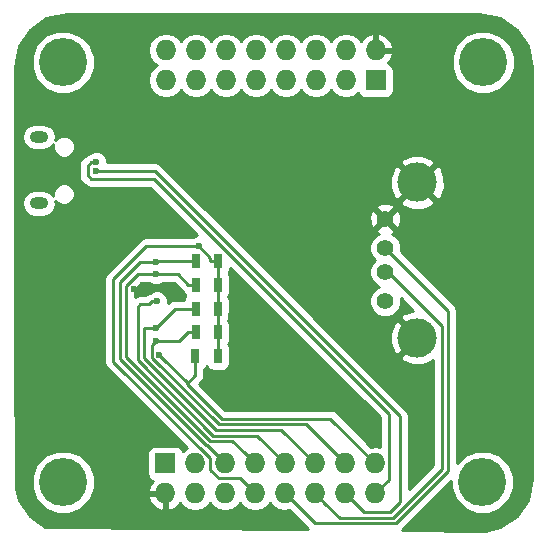
<source format=gbr>
G04 #@! TF.FileFunction,Copper,L2,Bot,Signal*
%FSLAX46Y46*%
G04 Gerber Fmt 4.6, Leading zero omitted, Abs format (unit mm)*
G04 Created by KiCad (PCBNEW 4.0.0-rc1-stable) date Fri 20 Nov 2015 08:55:41 PM ICT*
%MOMM*%
G01*
G04 APERTURE LIST*
%ADD10C,0.100000*%
%ADD11C,4.064000*%
%ADD12R,1.727200X1.727200*%
%ADD13O,1.727200X1.727200*%
%ADD14R,0.700000X1.300000*%
%ADD15C,1.422400*%
%ADD16C,3.327400*%
%ADD17O,1.550000X1.000000*%
%ADD18C,0.600000*%
%ADD19C,0.250000*%
%ADD20C,0.254000*%
G04 APERTURE END LIST*
D10*
D11*
X129286000Y-84010500D03*
X164846000Y-84010500D03*
X164782000Y-119570000D03*
X129286000Y-119570000D03*
D12*
X137922000Y-117983000D03*
D13*
X137922000Y-120523000D03*
X140462000Y-117983000D03*
X140462000Y-120523000D03*
X143002000Y-117983000D03*
X143002000Y-120523000D03*
X145542000Y-117983000D03*
X145542000Y-120523000D03*
X148082000Y-117983000D03*
X148082000Y-120523000D03*
X150622000Y-117983000D03*
X150622000Y-120523000D03*
X153162000Y-117983000D03*
X153162000Y-120523000D03*
X155702000Y-117983000D03*
X155702000Y-120523000D03*
D12*
X155756000Y-85540000D03*
D13*
X155756000Y-83000000D03*
X153216000Y-85540000D03*
X153216000Y-83000000D03*
X150676000Y-85540000D03*
X150676000Y-83000000D03*
X148136000Y-85540000D03*
X148136000Y-83000000D03*
X145596000Y-85540000D03*
X145596000Y-83000000D03*
X143056000Y-85540000D03*
X143056000Y-83000000D03*
X140516000Y-85540000D03*
X140516000Y-83000000D03*
X137976000Y-85540000D03*
X137976000Y-83000000D03*
D14*
X142413000Y-100838000D03*
X140513000Y-100838000D03*
X142418000Y-102845000D03*
X140518000Y-102845000D03*
X142403000Y-104877000D03*
X140503000Y-104877000D03*
X142403000Y-106883000D03*
X140503000Y-106883000D03*
X142392000Y-108864000D03*
X140492000Y-108864000D03*
D15*
X156565200Y-99758700D03*
X156565200Y-101765300D03*
X156565200Y-97269500D03*
D16*
X159283000Y-94196100D03*
X159283000Y-107327900D03*
D15*
X156565200Y-104254500D03*
D17*
X127216000Y-90337900D03*
X127216000Y-95962900D03*
D18*
X135255000Y-103251000D03*
X136456610Y-103174800D03*
X149326600Y-113030000D03*
X147218400Y-93548200D03*
X144630110Y-105511600D03*
X143480090Y-105486200D03*
X153568400Y-103679490D03*
X140589000Y-95097600D03*
X157022800Y-111506000D03*
X137426600Y-108800400D03*
X137135000Y-107620000D03*
X137185000Y-106477000D03*
X137218000Y-104248000D03*
X137135000Y-101981000D03*
X137160000Y-100940000D03*
X140776400Y-99601600D03*
X132105400Y-93243400D03*
X132105000Y-92456000D03*
D19*
X136456610Y-103174800D02*
X135331200Y-103174800D01*
X135331200Y-103174800D02*
X135255000Y-103251000D01*
X143480090Y-105486200D02*
X144604710Y-105486200D01*
X144604710Y-105486200D02*
X144630110Y-105511600D01*
X137726599Y-109100399D02*
X137426600Y-108800400D01*
X139738500Y-111239500D02*
X139738500Y-111112300D01*
X139738500Y-111112300D02*
X137726599Y-109100399D01*
X151917000Y-114198000D02*
X155702000Y-117983000D01*
X142697000Y-114198000D02*
X151917000Y-114198000D01*
X139738500Y-111239500D02*
X142697000Y-114198000D01*
X140492000Y-110486000D02*
X140492000Y-108864000D01*
X139738500Y-111239500D02*
X140492000Y-110486000D01*
X142469000Y-114656000D02*
X149835000Y-114656000D01*
X136835001Y-107919999D02*
X136835001Y-109022001D01*
X137135000Y-107620000D02*
X136835001Y-107919999D01*
X149835000Y-114656000D02*
X152298401Y-117119401D01*
X152298401Y-117119401D02*
X153162000Y-117983000D01*
X136835001Y-109022001D02*
X142469000Y-114656000D01*
X139110700Y-107620000D02*
X139847700Y-106883000D01*
X137135000Y-107620000D02*
X139110700Y-107620000D01*
X140503000Y-106883000D02*
X139847700Y-106883000D01*
X136093000Y-109042000D02*
X136119000Y-109042000D01*
X137185000Y-106477000D02*
X136093000Y-106477000D01*
X147751800Y-115112800D02*
X150622000Y-117983000D01*
X136093000Y-106477000D02*
X136093000Y-109042000D01*
X136119000Y-109042000D02*
X142189800Y-115112800D01*
X142189800Y-115112800D02*
X147751800Y-115112800D01*
X138785000Y-104877000D02*
X140503000Y-104877000D01*
X137185000Y-106477000D02*
X138785000Y-104877000D01*
X145720000Y-115621000D02*
X148082000Y-117983000D01*
X141967000Y-115621000D02*
X145720000Y-115621000D01*
X135585000Y-109239000D02*
X141967000Y-115621000D01*
X135585000Y-104750000D02*
X135585000Y-109239000D01*
X135814000Y-104521000D02*
X135585000Y-104750000D01*
X136521000Y-104521000D02*
X135814000Y-104521000D01*
X136793000Y-104248000D02*
X136521000Y-104521000D01*
X137218000Y-104248000D02*
X136793000Y-104248000D01*
X137135000Y-101981000D02*
X135585200Y-101981000D01*
X135585200Y-101981000D02*
X134594600Y-102971600D01*
X134594600Y-102971600D02*
X134594600Y-108940600D01*
X141698377Y-116044377D02*
X143603377Y-116044377D01*
X134594600Y-108940600D02*
X141698377Y-116044377D01*
X143603377Y-116044377D02*
X144678401Y-117119401D01*
X144678401Y-117119401D02*
X145542000Y-117983000D01*
X138998700Y-101981000D02*
X139862700Y-102845000D01*
X137135000Y-101981000D02*
X138998700Y-101981000D01*
X140518000Y-102845000D02*
X139862700Y-102845000D01*
X137160000Y-100940000D02*
X135762600Y-100940000D01*
X135762600Y-100940000D02*
X134061200Y-102641400D01*
X134061200Y-102641400D02*
X134061200Y-109143800D01*
X134061200Y-109143800D02*
X141361788Y-116444388D01*
X141361788Y-116444388D02*
X141463388Y-116444388D01*
X141463388Y-116444388D02*
X142138401Y-117119401D01*
X142138401Y-117119401D02*
X143002000Y-117983000D01*
X137262000Y-100838000D02*
X140513000Y-100838000D01*
X137160000Y-100940000D02*
X137262000Y-100838000D01*
X145542000Y-120523000D02*
X144272000Y-119253000D01*
X144272000Y-119253000D02*
X142443200Y-119253000D01*
X133527800Y-109363670D02*
X133527800Y-102387400D01*
X142443200Y-119253000D02*
X141706600Y-118516400D01*
X141706600Y-118516400D02*
X141706600Y-117542470D01*
X141706600Y-117542470D02*
X133527800Y-109363670D01*
X133527800Y-102387400D02*
X136313600Y-99601600D01*
X136313600Y-99601600D02*
X140352136Y-99601600D01*
X140352136Y-99601600D02*
X140776400Y-99601600D01*
X142403000Y-104877000D02*
X142403000Y-103921700D01*
X142418000Y-103906700D02*
X142418000Y-102845000D01*
X142403000Y-103921700D02*
X142418000Y-103906700D01*
X142418000Y-101798300D02*
X142413000Y-101793300D01*
X142418000Y-102845000D02*
X142418000Y-101798300D01*
X141757700Y-100582900D02*
X141757700Y-100838000D01*
X140776400Y-99601600D02*
X141757700Y-100582900D01*
X142413000Y-100838000D02*
X141757700Y-100838000D01*
X142413000Y-100838000D02*
X142413000Y-101793300D01*
X142403000Y-106883000D02*
X142403000Y-104877000D01*
X142392000Y-107849300D02*
X142392000Y-108864000D01*
X142403000Y-107838300D02*
X142392000Y-107849300D01*
X142403000Y-106883000D02*
X142403000Y-107838300D01*
X156565100Y-99758800D02*
X157276000Y-100470000D01*
X157276300Y-100470000D02*
X161848800Y-105042500D01*
X157276000Y-100470000D02*
X157276300Y-100470000D01*
X157429200Y-123063000D02*
X150622000Y-123063000D01*
X161848800Y-105042500D02*
X161848800Y-118643400D01*
X161848800Y-118643400D02*
X157429200Y-123063000D01*
X150622000Y-123063000D02*
X148082000Y-120523000D01*
X156565200Y-99758700D02*
X156565100Y-99758800D01*
X156565000Y-99758700D02*
X156565100Y-99758800D01*
X156920500Y-102120500D02*
X157111500Y-102120500D01*
X152704800Y-122605800D02*
X151485599Y-121386599D01*
X157111500Y-102120500D02*
X161340800Y-106349800D01*
X157175200Y-122605800D02*
X152704800Y-122605800D01*
X161340800Y-106349800D02*
X161340800Y-118440200D01*
X161340800Y-118440200D02*
X157175200Y-122605800D01*
X151485599Y-121386599D02*
X150622000Y-120523000D01*
X156565000Y-101765000D02*
X156920500Y-102120500D01*
X156920400Y-102120500D02*
X156565200Y-101765300D01*
X156920500Y-102120500D02*
X156920400Y-102120500D01*
X132529664Y-93243400D02*
X132105400Y-93243400D01*
X137058400Y-93243400D02*
X132529664Y-93243400D01*
X157810000Y-121284600D02*
X157810000Y-113995000D01*
X156971622Y-122122978D02*
X157810000Y-121284600D01*
X153162000Y-120523000D02*
X154761978Y-122122978D01*
X157810000Y-113995000D02*
X137058400Y-93243400D01*
X154761978Y-122122978D02*
X156971622Y-122122978D01*
X155702000Y-120523000D02*
X156841000Y-119384000D01*
X131680736Y-92456000D02*
X132105000Y-92456000D01*
X131353000Y-92783736D02*
X131680736Y-92456000D01*
X136964002Y-93894602D02*
X131652002Y-93894602D01*
X131353000Y-93595600D02*
X131353000Y-92783736D01*
X156841000Y-119384000D02*
X156841000Y-113771600D01*
X156841000Y-113771600D02*
X136964002Y-93894602D01*
X131652002Y-93894602D02*
X131353000Y-93595600D01*
D20*
G36*
X166259005Y-80303498D02*
X167672221Y-81247779D01*
X168616502Y-82660997D01*
X168962000Y-84397931D01*
X168962000Y-119310069D01*
X168616502Y-121047003D01*
X167672221Y-122460221D01*
X166259005Y-123404502D01*
X164966484Y-123661600D01*
X157965852Y-123600901D01*
X157966601Y-123600401D01*
X162115102Y-119451900D01*
X162114538Y-120098172D01*
X162519709Y-121078761D01*
X163269293Y-121829655D01*
X164249173Y-122236536D01*
X165310172Y-122237462D01*
X166290761Y-121832291D01*
X167041655Y-121082707D01*
X167448536Y-120102827D01*
X167449462Y-119041828D01*
X167044291Y-118061239D01*
X166294707Y-117310345D01*
X165314827Y-116903464D01*
X164253828Y-116902538D01*
X163273239Y-117307709D01*
X162608800Y-117970989D01*
X162608800Y-105042500D01*
X162550948Y-104751661D01*
X162386201Y-104505099D01*
X157910458Y-100029356D01*
X157911166Y-100027651D01*
X157911634Y-99492099D01*
X157707119Y-98997135D01*
X157328757Y-98618112D01*
X157094409Y-98520802D01*
X157265773Y-98449821D01*
X157328990Y-98212895D01*
X156565200Y-97449105D01*
X155801410Y-98212895D01*
X155864627Y-98449821D01*
X156049654Y-98515128D01*
X155803635Y-98616781D01*
X155424612Y-98995143D01*
X155219234Y-99489749D01*
X155218766Y-100025301D01*
X155423281Y-100520265D01*
X155664684Y-100762090D01*
X155424612Y-101001743D01*
X155219234Y-101496349D01*
X155218766Y-102031901D01*
X155423281Y-102526865D01*
X155801643Y-102905888D01*
X156052137Y-103009902D01*
X155803635Y-103112581D01*
X155424612Y-103490943D01*
X155219234Y-103985549D01*
X155218766Y-104521101D01*
X155423281Y-105016065D01*
X155801643Y-105395088D01*
X156296249Y-105600466D01*
X156831801Y-105600934D01*
X157326765Y-105396419D01*
X157705788Y-105018057D01*
X157911166Y-104523451D01*
X157911627Y-103995429D01*
X158950116Y-105033918D01*
X158791462Y-105036289D01*
X158010157Y-105359916D01*
X157830398Y-105695692D01*
X159283000Y-107148295D01*
X159297142Y-107134152D01*
X159476748Y-107313758D01*
X159462605Y-107327900D01*
X159476748Y-107342042D01*
X159297142Y-107521648D01*
X159283000Y-107507505D01*
X157830398Y-108960108D01*
X158010157Y-109295884D01*
X158860161Y-109633176D01*
X159774538Y-109619511D01*
X160555843Y-109295884D01*
X160580800Y-109249266D01*
X160580800Y-118125398D01*
X158570000Y-120136198D01*
X158570000Y-113995000D01*
X158512148Y-113704161D01*
X158347401Y-113457599D01*
X151794863Y-106905061D01*
X156977724Y-106905061D01*
X156991389Y-107819438D01*
X157315016Y-108600743D01*
X157650792Y-108780502D01*
X159103395Y-107327900D01*
X157650792Y-105875298D01*
X157315016Y-106055057D01*
X156977724Y-106905061D01*
X151794863Y-106905061D01*
X141963747Y-97073945D01*
X155206628Y-97073945D01*
X155235207Y-97608733D01*
X155384879Y-97970073D01*
X155621805Y-98033290D01*
X156385595Y-97269500D01*
X156744805Y-97269500D01*
X157508595Y-98033290D01*
X157745521Y-97970073D01*
X157923772Y-97465055D01*
X157895193Y-96930267D01*
X157745521Y-96568927D01*
X157508595Y-96505710D01*
X156744805Y-97269500D01*
X156385595Y-97269500D01*
X155621805Y-96505710D01*
X155384879Y-96568927D01*
X155206628Y-97073945D01*
X141963747Y-97073945D01*
X141215907Y-96326105D01*
X155801410Y-96326105D01*
X156565200Y-97089895D01*
X157328990Y-96326105D01*
X157265773Y-96089179D01*
X156760755Y-95910928D01*
X156225967Y-95939507D01*
X155864627Y-96089179D01*
X155801410Y-96326105D01*
X141215907Y-96326105D01*
X140718110Y-95828308D01*
X157830398Y-95828308D01*
X158010157Y-96164084D01*
X158860161Y-96501376D01*
X159774538Y-96487711D01*
X160555843Y-96164084D01*
X160735602Y-95828308D01*
X159283000Y-94375705D01*
X157830398Y-95828308D01*
X140718110Y-95828308D01*
X138663063Y-93773261D01*
X156977724Y-93773261D01*
X156991389Y-94687638D01*
X157315016Y-95468943D01*
X157650792Y-95648702D01*
X159103395Y-94196100D01*
X159462605Y-94196100D01*
X160915208Y-95648702D01*
X161250984Y-95468943D01*
X161588276Y-94618939D01*
X161574611Y-93704562D01*
X161250984Y-92923257D01*
X160915208Y-92743498D01*
X159462605Y-94196100D01*
X159103395Y-94196100D01*
X157650792Y-92743498D01*
X157315016Y-92923257D01*
X156977724Y-93773261D01*
X138663063Y-93773261D01*
X137595801Y-92705999D01*
X137383123Y-92563892D01*
X157830398Y-92563892D01*
X159283000Y-94016495D01*
X160735602Y-92563892D01*
X160555843Y-92228116D01*
X159705839Y-91890824D01*
X158791462Y-91904489D01*
X158010157Y-92228116D01*
X157830398Y-92563892D01*
X137383123Y-92563892D01*
X137349239Y-92541252D01*
X137058400Y-92483400D01*
X133039977Y-92483400D01*
X133040162Y-92270833D01*
X132898117Y-91927057D01*
X132635327Y-91663808D01*
X132291799Y-91521162D01*
X131919833Y-91520838D01*
X131576057Y-91662883D01*
X131508578Y-91730245D01*
X131389897Y-91753852D01*
X131143335Y-91918599D01*
X130815599Y-92246335D01*
X130650852Y-92492897D01*
X130593000Y-92783736D01*
X130593000Y-93595600D01*
X130650852Y-93886439D01*
X130815599Y-94133001D01*
X131114601Y-94432003D01*
X131361163Y-94596750D01*
X131652002Y-94654602D01*
X136649200Y-94654602D01*
X140661097Y-98666499D01*
X140591233Y-98666438D01*
X140247457Y-98808483D01*
X140214282Y-98841600D01*
X136313600Y-98841600D01*
X136022761Y-98899452D01*
X135776199Y-99064199D01*
X132990399Y-101849999D01*
X132825652Y-102096561D01*
X132767800Y-102387400D01*
X132767800Y-109363670D01*
X132825652Y-109654509D01*
X132990399Y-109901071D01*
X139756435Y-116667107D01*
X139393558Y-116909574D01*
X139388762Y-116884083D01*
X139249690Y-116667959D01*
X139037490Y-116522969D01*
X138785600Y-116471960D01*
X137058400Y-116471960D01*
X136823083Y-116516238D01*
X136606959Y-116655310D01*
X136461969Y-116867510D01*
X136410960Y-117119400D01*
X136410960Y-118846600D01*
X136455238Y-119081917D01*
X136594310Y-119298041D01*
X136806510Y-119443031D01*
X136900375Y-119462039D01*
X136639312Y-119748053D01*
X136467042Y-120163974D01*
X136588183Y-120396000D01*
X137795000Y-120396000D01*
X137795000Y-120376000D01*
X138049000Y-120376000D01*
X138049000Y-120396000D01*
X138069000Y-120396000D01*
X138069000Y-120650000D01*
X138049000Y-120650000D01*
X138049000Y-121857469D01*
X138281027Y-121977968D01*
X138810490Y-121729821D01*
X139192008Y-121311839D01*
X139372971Y-121582670D01*
X139859152Y-121907526D01*
X140432641Y-122021600D01*
X140491359Y-122021600D01*
X141064848Y-121907526D01*
X141551029Y-121582670D01*
X141732000Y-121311828D01*
X141912971Y-121582670D01*
X142399152Y-121907526D01*
X142972641Y-122021600D01*
X143031359Y-122021600D01*
X143604848Y-121907526D01*
X144091029Y-121582670D01*
X144272000Y-121311828D01*
X144452971Y-121582670D01*
X144939152Y-121907526D01*
X145512641Y-122021600D01*
X145571359Y-122021600D01*
X146144848Y-121907526D01*
X146631029Y-121582670D01*
X146812000Y-121311828D01*
X146992971Y-121582670D01*
X147479152Y-121907526D01*
X148052641Y-122021600D01*
X148111359Y-122021600D01*
X148440356Y-121956158D01*
X150016172Y-123531974D01*
X127775165Y-123339133D01*
X126459779Y-122460221D01*
X125515498Y-121047005D01*
X125326764Y-120098172D01*
X126618538Y-120098172D01*
X127023709Y-121078761D01*
X127773293Y-121829655D01*
X128753173Y-122236536D01*
X129814172Y-122237462D01*
X130794761Y-121832291D01*
X131545655Y-121082707D01*
X131628984Y-120882026D01*
X136467042Y-120882026D01*
X136639312Y-121297947D01*
X137033510Y-121729821D01*
X137562973Y-121977968D01*
X137795000Y-121857469D01*
X137795000Y-120650000D01*
X136588183Y-120650000D01*
X136467042Y-120882026D01*
X131628984Y-120882026D01*
X131952536Y-120102827D01*
X131953462Y-119041828D01*
X131548291Y-118061239D01*
X130798707Y-117310345D01*
X129818827Y-116903464D01*
X128757828Y-116902538D01*
X127777239Y-117307709D01*
X127026345Y-118057293D01*
X126619464Y-119037173D01*
X126618538Y-120098172D01*
X125326764Y-120098172D01*
X125309315Y-120010450D01*
X125170000Y-107959730D01*
X125170000Y-95962900D01*
X125778376Y-95962900D01*
X125864773Y-96397246D01*
X126110810Y-96765466D01*
X126479030Y-97011503D01*
X126913376Y-97097900D01*
X127518624Y-97097900D01*
X127952970Y-97011503D01*
X128321190Y-96765466D01*
X128567227Y-96397246D01*
X128653624Y-95962900D01*
X128606382Y-95725401D01*
X128835673Y-95955092D01*
X129179201Y-96097738D01*
X129551167Y-96098062D01*
X129894943Y-95956017D01*
X130158192Y-95693227D01*
X130300838Y-95349699D01*
X130301162Y-94977733D01*
X130159117Y-94633957D01*
X129896327Y-94370708D01*
X129552799Y-94228062D01*
X129180833Y-94227738D01*
X128837057Y-94369783D01*
X128573808Y-94632573D01*
X128431162Y-94976101D01*
X128430859Y-95324464D01*
X128321190Y-95160334D01*
X127952970Y-94914297D01*
X127518624Y-94827900D01*
X126913376Y-94827900D01*
X126479030Y-94914297D01*
X126110810Y-95160334D01*
X125864773Y-95528554D01*
X125778376Y-95962900D01*
X125170000Y-95962900D01*
X125170000Y-90337900D01*
X125778376Y-90337900D01*
X125864773Y-90772246D01*
X126110810Y-91140466D01*
X126479030Y-91386503D01*
X126913376Y-91472900D01*
X127518624Y-91472900D01*
X127952970Y-91386503D01*
X128321190Y-91140466D01*
X128431403Y-90975521D01*
X128431162Y-90976101D01*
X128430838Y-91348067D01*
X128572883Y-91691843D01*
X128835673Y-91955092D01*
X129179201Y-92097738D01*
X129551167Y-92098062D01*
X129894943Y-91956017D01*
X130158192Y-91693227D01*
X130300838Y-91349699D01*
X130301162Y-90977733D01*
X130159117Y-90633957D01*
X129896327Y-90370708D01*
X129552799Y-90228062D01*
X129180833Y-90227738D01*
X128837057Y-90369783D01*
X128600263Y-90606164D01*
X128653624Y-90337900D01*
X128567227Y-89903554D01*
X128321190Y-89535334D01*
X127952970Y-89289297D01*
X127518624Y-89202900D01*
X126913376Y-89202900D01*
X126479030Y-89289297D01*
X126110810Y-89535334D01*
X125864773Y-89903554D01*
X125778376Y-90337900D01*
X125170000Y-90337900D01*
X125170000Y-84538672D01*
X126618538Y-84538672D01*
X127023709Y-85519261D01*
X127773293Y-86270155D01*
X128753173Y-86677036D01*
X129814172Y-86677962D01*
X130794761Y-86272791D01*
X131545655Y-85523207D01*
X131952536Y-84543327D01*
X131953462Y-83482328D01*
X131754169Y-83000000D01*
X136448041Y-83000000D01*
X136562115Y-83573489D01*
X136886971Y-84059670D01*
X137201752Y-84270000D01*
X136886971Y-84480330D01*
X136562115Y-84966511D01*
X136448041Y-85540000D01*
X136562115Y-86113489D01*
X136886971Y-86599670D01*
X137373152Y-86924526D01*
X137946641Y-87038600D01*
X138005359Y-87038600D01*
X138578848Y-86924526D01*
X139065029Y-86599670D01*
X139246000Y-86328828D01*
X139426971Y-86599670D01*
X139913152Y-86924526D01*
X140486641Y-87038600D01*
X140545359Y-87038600D01*
X141118848Y-86924526D01*
X141605029Y-86599670D01*
X141786000Y-86328828D01*
X141966971Y-86599670D01*
X142453152Y-86924526D01*
X143026641Y-87038600D01*
X143085359Y-87038600D01*
X143658848Y-86924526D01*
X144145029Y-86599670D01*
X144326000Y-86328828D01*
X144506971Y-86599670D01*
X144993152Y-86924526D01*
X145566641Y-87038600D01*
X145625359Y-87038600D01*
X146198848Y-86924526D01*
X146685029Y-86599670D01*
X146866000Y-86328828D01*
X147046971Y-86599670D01*
X147533152Y-86924526D01*
X148106641Y-87038600D01*
X148165359Y-87038600D01*
X148738848Y-86924526D01*
X149225029Y-86599670D01*
X149406000Y-86328828D01*
X149586971Y-86599670D01*
X150073152Y-86924526D01*
X150646641Y-87038600D01*
X150705359Y-87038600D01*
X151278848Y-86924526D01*
X151765029Y-86599670D01*
X151946000Y-86328828D01*
X152126971Y-86599670D01*
X152613152Y-86924526D01*
X153186641Y-87038600D01*
X153245359Y-87038600D01*
X153818848Y-86924526D01*
X154284442Y-86613426D01*
X154289238Y-86638917D01*
X154428310Y-86855041D01*
X154640510Y-87000031D01*
X154892400Y-87051040D01*
X156619600Y-87051040D01*
X156854917Y-87006762D01*
X157071041Y-86867690D01*
X157216031Y-86655490D01*
X157267040Y-86403600D01*
X157267040Y-84676400D01*
X157241125Y-84538672D01*
X162178538Y-84538672D01*
X162583709Y-85519261D01*
X163333293Y-86270155D01*
X164313173Y-86677036D01*
X165374172Y-86677962D01*
X166354761Y-86272791D01*
X167105655Y-85523207D01*
X167512536Y-84543327D01*
X167513462Y-83482328D01*
X167108291Y-82501739D01*
X166358707Y-81750845D01*
X165378827Y-81343964D01*
X164317828Y-81343038D01*
X163337239Y-81748209D01*
X162586345Y-82497793D01*
X162179464Y-83477673D01*
X162178538Y-84538672D01*
X157241125Y-84538672D01*
X157222762Y-84441083D01*
X157083690Y-84224959D01*
X156871490Y-84079969D01*
X156777625Y-84060961D01*
X157038688Y-83774947D01*
X157210958Y-83359026D01*
X157089817Y-83127000D01*
X155883000Y-83127000D01*
X155883000Y-83147000D01*
X155629000Y-83147000D01*
X155629000Y-83127000D01*
X155609000Y-83127000D01*
X155609000Y-82873000D01*
X155629000Y-82873000D01*
X155629000Y-81665531D01*
X155883000Y-81665531D01*
X155883000Y-82873000D01*
X157089817Y-82873000D01*
X157210958Y-82640974D01*
X157038688Y-82225053D01*
X156644490Y-81793179D01*
X156115027Y-81545032D01*
X155883000Y-81665531D01*
X155629000Y-81665531D01*
X155396973Y-81545032D01*
X154867510Y-81793179D01*
X154485992Y-82211161D01*
X154305029Y-81940330D01*
X153818848Y-81615474D01*
X153245359Y-81501400D01*
X153186641Y-81501400D01*
X152613152Y-81615474D01*
X152126971Y-81940330D01*
X151946000Y-82211172D01*
X151765029Y-81940330D01*
X151278848Y-81615474D01*
X150705359Y-81501400D01*
X150646641Y-81501400D01*
X150073152Y-81615474D01*
X149586971Y-81940330D01*
X149406000Y-82211172D01*
X149225029Y-81940330D01*
X148738848Y-81615474D01*
X148165359Y-81501400D01*
X148106641Y-81501400D01*
X147533152Y-81615474D01*
X147046971Y-81940330D01*
X146866000Y-82211172D01*
X146685029Y-81940330D01*
X146198848Y-81615474D01*
X145625359Y-81501400D01*
X145566641Y-81501400D01*
X144993152Y-81615474D01*
X144506971Y-81940330D01*
X144326000Y-82211172D01*
X144145029Y-81940330D01*
X143658848Y-81615474D01*
X143085359Y-81501400D01*
X143026641Y-81501400D01*
X142453152Y-81615474D01*
X141966971Y-81940330D01*
X141786000Y-82211172D01*
X141605029Y-81940330D01*
X141118848Y-81615474D01*
X140545359Y-81501400D01*
X140486641Y-81501400D01*
X139913152Y-81615474D01*
X139426971Y-81940330D01*
X139246000Y-82211172D01*
X139065029Y-81940330D01*
X138578848Y-81615474D01*
X138005359Y-81501400D01*
X137946641Y-81501400D01*
X137373152Y-81615474D01*
X136886971Y-81940330D01*
X136562115Y-82426511D01*
X136448041Y-83000000D01*
X131754169Y-83000000D01*
X131548291Y-82501739D01*
X130798707Y-81750845D01*
X129818827Y-81343964D01*
X128757828Y-81343038D01*
X127777239Y-81748209D01*
X127026345Y-82497793D01*
X126619464Y-83477673D01*
X126618538Y-84538672D01*
X125170000Y-84538672D01*
X125170000Y-84397931D01*
X125515498Y-82660995D01*
X126459779Y-81247779D01*
X127872997Y-80303498D01*
X129609931Y-79958000D01*
X164522069Y-79958000D01*
X166259005Y-80303498D01*
X166259005Y-80303498D01*
G37*
X166259005Y-80303498D02*
X167672221Y-81247779D01*
X168616502Y-82660997D01*
X168962000Y-84397931D01*
X168962000Y-119310069D01*
X168616502Y-121047003D01*
X167672221Y-122460221D01*
X166259005Y-123404502D01*
X164966484Y-123661600D01*
X157965852Y-123600901D01*
X157966601Y-123600401D01*
X162115102Y-119451900D01*
X162114538Y-120098172D01*
X162519709Y-121078761D01*
X163269293Y-121829655D01*
X164249173Y-122236536D01*
X165310172Y-122237462D01*
X166290761Y-121832291D01*
X167041655Y-121082707D01*
X167448536Y-120102827D01*
X167449462Y-119041828D01*
X167044291Y-118061239D01*
X166294707Y-117310345D01*
X165314827Y-116903464D01*
X164253828Y-116902538D01*
X163273239Y-117307709D01*
X162608800Y-117970989D01*
X162608800Y-105042500D01*
X162550948Y-104751661D01*
X162386201Y-104505099D01*
X157910458Y-100029356D01*
X157911166Y-100027651D01*
X157911634Y-99492099D01*
X157707119Y-98997135D01*
X157328757Y-98618112D01*
X157094409Y-98520802D01*
X157265773Y-98449821D01*
X157328990Y-98212895D01*
X156565200Y-97449105D01*
X155801410Y-98212895D01*
X155864627Y-98449821D01*
X156049654Y-98515128D01*
X155803635Y-98616781D01*
X155424612Y-98995143D01*
X155219234Y-99489749D01*
X155218766Y-100025301D01*
X155423281Y-100520265D01*
X155664684Y-100762090D01*
X155424612Y-101001743D01*
X155219234Y-101496349D01*
X155218766Y-102031901D01*
X155423281Y-102526865D01*
X155801643Y-102905888D01*
X156052137Y-103009902D01*
X155803635Y-103112581D01*
X155424612Y-103490943D01*
X155219234Y-103985549D01*
X155218766Y-104521101D01*
X155423281Y-105016065D01*
X155801643Y-105395088D01*
X156296249Y-105600466D01*
X156831801Y-105600934D01*
X157326765Y-105396419D01*
X157705788Y-105018057D01*
X157911166Y-104523451D01*
X157911627Y-103995429D01*
X158950116Y-105033918D01*
X158791462Y-105036289D01*
X158010157Y-105359916D01*
X157830398Y-105695692D01*
X159283000Y-107148295D01*
X159297142Y-107134152D01*
X159476748Y-107313758D01*
X159462605Y-107327900D01*
X159476748Y-107342042D01*
X159297142Y-107521648D01*
X159283000Y-107507505D01*
X157830398Y-108960108D01*
X158010157Y-109295884D01*
X158860161Y-109633176D01*
X159774538Y-109619511D01*
X160555843Y-109295884D01*
X160580800Y-109249266D01*
X160580800Y-118125398D01*
X158570000Y-120136198D01*
X158570000Y-113995000D01*
X158512148Y-113704161D01*
X158347401Y-113457599D01*
X151794863Y-106905061D01*
X156977724Y-106905061D01*
X156991389Y-107819438D01*
X157315016Y-108600743D01*
X157650792Y-108780502D01*
X159103395Y-107327900D01*
X157650792Y-105875298D01*
X157315016Y-106055057D01*
X156977724Y-106905061D01*
X151794863Y-106905061D01*
X141963747Y-97073945D01*
X155206628Y-97073945D01*
X155235207Y-97608733D01*
X155384879Y-97970073D01*
X155621805Y-98033290D01*
X156385595Y-97269500D01*
X156744805Y-97269500D01*
X157508595Y-98033290D01*
X157745521Y-97970073D01*
X157923772Y-97465055D01*
X157895193Y-96930267D01*
X157745521Y-96568927D01*
X157508595Y-96505710D01*
X156744805Y-97269500D01*
X156385595Y-97269500D01*
X155621805Y-96505710D01*
X155384879Y-96568927D01*
X155206628Y-97073945D01*
X141963747Y-97073945D01*
X141215907Y-96326105D01*
X155801410Y-96326105D01*
X156565200Y-97089895D01*
X157328990Y-96326105D01*
X157265773Y-96089179D01*
X156760755Y-95910928D01*
X156225967Y-95939507D01*
X155864627Y-96089179D01*
X155801410Y-96326105D01*
X141215907Y-96326105D01*
X140718110Y-95828308D01*
X157830398Y-95828308D01*
X158010157Y-96164084D01*
X158860161Y-96501376D01*
X159774538Y-96487711D01*
X160555843Y-96164084D01*
X160735602Y-95828308D01*
X159283000Y-94375705D01*
X157830398Y-95828308D01*
X140718110Y-95828308D01*
X138663063Y-93773261D01*
X156977724Y-93773261D01*
X156991389Y-94687638D01*
X157315016Y-95468943D01*
X157650792Y-95648702D01*
X159103395Y-94196100D01*
X159462605Y-94196100D01*
X160915208Y-95648702D01*
X161250984Y-95468943D01*
X161588276Y-94618939D01*
X161574611Y-93704562D01*
X161250984Y-92923257D01*
X160915208Y-92743498D01*
X159462605Y-94196100D01*
X159103395Y-94196100D01*
X157650792Y-92743498D01*
X157315016Y-92923257D01*
X156977724Y-93773261D01*
X138663063Y-93773261D01*
X137595801Y-92705999D01*
X137383123Y-92563892D01*
X157830398Y-92563892D01*
X159283000Y-94016495D01*
X160735602Y-92563892D01*
X160555843Y-92228116D01*
X159705839Y-91890824D01*
X158791462Y-91904489D01*
X158010157Y-92228116D01*
X157830398Y-92563892D01*
X137383123Y-92563892D01*
X137349239Y-92541252D01*
X137058400Y-92483400D01*
X133039977Y-92483400D01*
X133040162Y-92270833D01*
X132898117Y-91927057D01*
X132635327Y-91663808D01*
X132291799Y-91521162D01*
X131919833Y-91520838D01*
X131576057Y-91662883D01*
X131508578Y-91730245D01*
X131389897Y-91753852D01*
X131143335Y-91918599D01*
X130815599Y-92246335D01*
X130650852Y-92492897D01*
X130593000Y-92783736D01*
X130593000Y-93595600D01*
X130650852Y-93886439D01*
X130815599Y-94133001D01*
X131114601Y-94432003D01*
X131361163Y-94596750D01*
X131652002Y-94654602D01*
X136649200Y-94654602D01*
X140661097Y-98666499D01*
X140591233Y-98666438D01*
X140247457Y-98808483D01*
X140214282Y-98841600D01*
X136313600Y-98841600D01*
X136022761Y-98899452D01*
X135776199Y-99064199D01*
X132990399Y-101849999D01*
X132825652Y-102096561D01*
X132767800Y-102387400D01*
X132767800Y-109363670D01*
X132825652Y-109654509D01*
X132990399Y-109901071D01*
X139756435Y-116667107D01*
X139393558Y-116909574D01*
X139388762Y-116884083D01*
X139249690Y-116667959D01*
X139037490Y-116522969D01*
X138785600Y-116471960D01*
X137058400Y-116471960D01*
X136823083Y-116516238D01*
X136606959Y-116655310D01*
X136461969Y-116867510D01*
X136410960Y-117119400D01*
X136410960Y-118846600D01*
X136455238Y-119081917D01*
X136594310Y-119298041D01*
X136806510Y-119443031D01*
X136900375Y-119462039D01*
X136639312Y-119748053D01*
X136467042Y-120163974D01*
X136588183Y-120396000D01*
X137795000Y-120396000D01*
X137795000Y-120376000D01*
X138049000Y-120376000D01*
X138049000Y-120396000D01*
X138069000Y-120396000D01*
X138069000Y-120650000D01*
X138049000Y-120650000D01*
X138049000Y-121857469D01*
X138281027Y-121977968D01*
X138810490Y-121729821D01*
X139192008Y-121311839D01*
X139372971Y-121582670D01*
X139859152Y-121907526D01*
X140432641Y-122021600D01*
X140491359Y-122021600D01*
X141064848Y-121907526D01*
X141551029Y-121582670D01*
X141732000Y-121311828D01*
X141912971Y-121582670D01*
X142399152Y-121907526D01*
X142972641Y-122021600D01*
X143031359Y-122021600D01*
X143604848Y-121907526D01*
X144091029Y-121582670D01*
X144272000Y-121311828D01*
X144452971Y-121582670D01*
X144939152Y-121907526D01*
X145512641Y-122021600D01*
X145571359Y-122021600D01*
X146144848Y-121907526D01*
X146631029Y-121582670D01*
X146812000Y-121311828D01*
X146992971Y-121582670D01*
X147479152Y-121907526D01*
X148052641Y-122021600D01*
X148111359Y-122021600D01*
X148440356Y-121956158D01*
X150016172Y-123531974D01*
X127775165Y-123339133D01*
X126459779Y-122460221D01*
X125515498Y-121047005D01*
X125326764Y-120098172D01*
X126618538Y-120098172D01*
X127023709Y-121078761D01*
X127773293Y-121829655D01*
X128753173Y-122236536D01*
X129814172Y-122237462D01*
X130794761Y-121832291D01*
X131545655Y-121082707D01*
X131628984Y-120882026D01*
X136467042Y-120882026D01*
X136639312Y-121297947D01*
X137033510Y-121729821D01*
X137562973Y-121977968D01*
X137795000Y-121857469D01*
X137795000Y-120650000D01*
X136588183Y-120650000D01*
X136467042Y-120882026D01*
X131628984Y-120882026D01*
X131952536Y-120102827D01*
X131953462Y-119041828D01*
X131548291Y-118061239D01*
X130798707Y-117310345D01*
X129818827Y-116903464D01*
X128757828Y-116902538D01*
X127777239Y-117307709D01*
X127026345Y-118057293D01*
X126619464Y-119037173D01*
X126618538Y-120098172D01*
X125326764Y-120098172D01*
X125309315Y-120010450D01*
X125170000Y-107959730D01*
X125170000Y-95962900D01*
X125778376Y-95962900D01*
X125864773Y-96397246D01*
X126110810Y-96765466D01*
X126479030Y-97011503D01*
X126913376Y-97097900D01*
X127518624Y-97097900D01*
X127952970Y-97011503D01*
X128321190Y-96765466D01*
X128567227Y-96397246D01*
X128653624Y-95962900D01*
X128606382Y-95725401D01*
X128835673Y-95955092D01*
X129179201Y-96097738D01*
X129551167Y-96098062D01*
X129894943Y-95956017D01*
X130158192Y-95693227D01*
X130300838Y-95349699D01*
X130301162Y-94977733D01*
X130159117Y-94633957D01*
X129896327Y-94370708D01*
X129552799Y-94228062D01*
X129180833Y-94227738D01*
X128837057Y-94369783D01*
X128573808Y-94632573D01*
X128431162Y-94976101D01*
X128430859Y-95324464D01*
X128321190Y-95160334D01*
X127952970Y-94914297D01*
X127518624Y-94827900D01*
X126913376Y-94827900D01*
X126479030Y-94914297D01*
X126110810Y-95160334D01*
X125864773Y-95528554D01*
X125778376Y-95962900D01*
X125170000Y-95962900D01*
X125170000Y-90337900D01*
X125778376Y-90337900D01*
X125864773Y-90772246D01*
X126110810Y-91140466D01*
X126479030Y-91386503D01*
X126913376Y-91472900D01*
X127518624Y-91472900D01*
X127952970Y-91386503D01*
X128321190Y-91140466D01*
X128431403Y-90975521D01*
X128431162Y-90976101D01*
X128430838Y-91348067D01*
X128572883Y-91691843D01*
X128835673Y-91955092D01*
X129179201Y-92097738D01*
X129551167Y-92098062D01*
X129894943Y-91956017D01*
X130158192Y-91693227D01*
X130300838Y-91349699D01*
X130301162Y-90977733D01*
X130159117Y-90633957D01*
X129896327Y-90370708D01*
X129552799Y-90228062D01*
X129180833Y-90227738D01*
X128837057Y-90369783D01*
X128600263Y-90606164D01*
X128653624Y-90337900D01*
X128567227Y-89903554D01*
X128321190Y-89535334D01*
X127952970Y-89289297D01*
X127518624Y-89202900D01*
X126913376Y-89202900D01*
X126479030Y-89289297D01*
X126110810Y-89535334D01*
X125864773Y-89903554D01*
X125778376Y-90337900D01*
X125170000Y-90337900D01*
X125170000Y-84538672D01*
X126618538Y-84538672D01*
X127023709Y-85519261D01*
X127773293Y-86270155D01*
X128753173Y-86677036D01*
X129814172Y-86677962D01*
X130794761Y-86272791D01*
X131545655Y-85523207D01*
X131952536Y-84543327D01*
X131953462Y-83482328D01*
X131754169Y-83000000D01*
X136448041Y-83000000D01*
X136562115Y-83573489D01*
X136886971Y-84059670D01*
X137201752Y-84270000D01*
X136886971Y-84480330D01*
X136562115Y-84966511D01*
X136448041Y-85540000D01*
X136562115Y-86113489D01*
X136886971Y-86599670D01*
X137373152Y-86924526D01*
X137946641Y-87038600D01*
X138005359Y-87038600D01*
X138578848Y-86924526D01*
X139065029Y-86599670D01*
X139246000Y-86328828D01*
X139426971Y-86599670D01*
X139913152Y-86924526D01*
X140486641Y-87038600D01*
X140545359Y-87038600D01*
X141118848Y-86924526D01*
X141605029Y-86599670D01*
X141786000Y-86328828D01*
X141966971Y-86599670D01*
X142453152Y-86924526D01*
X143026641Y-87038600D01*
X143085359Y-87038600D01*
X143658848Y-86924526D01*
X144145029Y-86599670D01*
X144326000Y-86328828D01*
X144506971Y-86599670D01*
X144993152Y-86924526D01*
X145566641Y-87038600D01*
X145625359Y-87038600D01*
X146198848Y-86924526D01*
X146685029Y-86599670D01*
X146866000Y-86328828D01*
X147046971Y-86599670D01*
X147533152Y-86924526D01*
X148106641Y-87038600D01*
X148165359Y-87038600D01*
X148738848Y-86924526D01*
X149225029Y-86599670D01*
X149406000Y-86328828D01*
X149586971Y-86599670D01*
X150073152Y-86924526D01*
X150646641Y-87038600D01*
X150705359Y-87038600D01*
X151278848Y-86924526D01*
X151765029Y-86599670D01*
X151946000Y-86328828D01*
X152126971Y-86599670D01*
X152613152Y-86924526D01*
X153186641Y-87038600D01*
X153245359Y-87038600D01*
X153818848Y-86924526D01*
X154284442Y-86613426D01*
X154289238Y-86638917D01*
X154428310Y-86855041D01*
X154640510Y-87000031D01*
X154892400Y-87051040D01*
X156619600Y-87051040D01*
X156854917Y-87006762D01*
X157071041Y-86867690D01*
X157216031Y-86655490D01*
X157267040Y-86403600D01*
X157267040Y-84676400D01*
X157241125Y-84538672D01*
X162178538Y-84538672D01*
X162583709Y-85519261D01*
X163333293Y-86270155D01*
X164313173Y-86677036D01*
X165374172Y-86677962D01*
X166354761Y-86272791D01*
X167105655Y-85523207D01*
X167512536Y-84543327D01*
X167513462Y-83482328D01*
X167108291Y-82501739D01*
X166358707Y-81750845D01*
X165378827Y-81343964D01*
X164317828Y-81343038D01*
X163337239Y-81748209D01*
X162586345Y-82497793D01*
X162179464Y-83477673D01*
X162178538Y-84538672D01*
X157241125Y-84538672D01*
X157222762Y-84441083D01*
X157083690Y-84224959D01*
X156871490Y-84079969D01*
X156777625Y-84060961D01*
X157038688Y-83774947D01*
X157210958Y-83359026D01*
X157089817Y-83127000D01*
X155883000Y-83127000D01*
X155883000Y-83147000D01*
X155629000Y-83147000D01*
X155629000Y-83127000D01*
X155609000Y-83127000D01*
X155609000Y-82873000D01*
X155629000Y-82873000D01*
X155629000Y-81665531D01*
X155883000Y-81665531D01*
X155883000Y-82873000D01*
X157089817Y-82873000D01*
X157210958Y-82640974D01*
X157038688Y-82225053D01*
X156644490Y-81793179D01*
X156115027Y-81545032D01*
X155883000Y-81665531D01*
X155629000Y-81665531D01*
X155396973Y-81545032D01*
X154867510Y-81793179D01*
X154485992Y-82211161D01*
X154305029Y-81940330D01*
X153818848Y-81615474D01*
X153245359Y-81501400D01*
X153186641Y-81501400D01*
X152613152Y-81615474D01*
X152126971Y-81940330D01*
X151946000Y-82211172D01*
X151765029Y-81940330D01*
X151278848Y-81615474D01*
X150705359Y-81501400D01*
X150646641Y-81501400D01*
X150073152Y-81615474D01*
X149586971Y-81940330D01*
X149406000Y-82211172D01*
X149225029Y-81940330D01*
X148738848Y-81615474D01*
X148165359Y-81501400D01*
X148106641Y-81501400D01*
X147533152Y-81615474D01*
X147046971Y-81940330D01*
X146866000Y-82211172D01*
X146685029Y-81940330D01*
X146198848Y-81615474D01*
X145625359Y-81501400D01*
X145566641Y-81501400D01*
X144993152Y-81615474D01*
X144506971Y-81940330D01*
X144326000Y-82211172D01*
X144145029Y-81940330D01*
X143658848Y-81615474D01*
X143085359Y-81501400D01*
X143026641Y-81501400D01*
X142453152Y-81615474D01*
X141966971Y-81940330D01*
X141786000Y-82211172D01*
X141605029Y-81940330D01*
X141118848Y-81615474D01*
X140545359Y-81501400D01*
X140486641Y-81501400D01*
X139913152Y-81615474D01*
X139426971Y-81940330D01*
X139246000Y-82211172D01*
X139065029Y-81940330D01*
X138578848Y-81615474D01*
X138005359Y-81501400D01*
X137946641Y-81501400D01*
X137373152Y-81615474D01*
X136886971Y-81940330D01*
X136562115Y-82426511D01*
X136448041Y-83000000D01*
X131754169Y-83000000D01*
X131548291Y-82501739D01*
X130798707Y-81750845D01*
X129818827Y-81343964D01*
X128757828Y-81343038D01*
X127777239Y-81748209D01*
X127026345Y-82497793D01*
X126619464Y-83477673D01*
X126618538Y-84538672D01*
X125170000Y-84538672D01*
X125170000Y-84397931D01*
X125515498Y-82660995D01*
X126459779Y-81247779D01*
X127872997Y-80303498D01*
X129609931Y-79958000D01*
X164522069Y-79958000D01*
X166259005Y-80303498D01*
G36*
X156081000Y-114086402D02*
X156081000Y-116553948D01*
X155731359Y-116484400D01*
X155672641Y-116484400D01*
X155343644Y-116549842D01*
X152454401Y-113660599D01*
X152207839Y-113495852D01*
X151917000Y-113438000D01*
X143011802Y-113438000D01*
X140813302Y-111239500D01*
X141029401Y-111023401D01*
X141194148Y-110776839D01*
X141252000Y-110486000D01*
X141252000Y-110004757D01*
X141293441Y-109978090D01*
X141438431Y-109765890D01*
X141441081Y-109752803D01*
X141577910Y-109965441D01*
X141790110Y-110110431D01*
X142042000Y-110161440D01*
X142742000Y-110161440D01*
X142977317Y-110117162D01*
X143193441Y-109978090D01*
X143338431Y-109765890D01*
X143389440Y-109514000D01*
X143389440Y-108214000D01*
X143345162Y-107978683D01*
X143283011Y-107882098D01*
X143349431Y-107784890D01*
X143400440Y-107533000D01*
X143400440Y-106233000D01*
X143356162Y-105997683D01*
X143280392Y-105879933D01*
X143349431Y-105778890D01*
X143400440Y-105527000D01*
X143400440Y-104227000D01*
X143356162Y-103991683D01*
X143279051Y-103871848D01*
X143364431Y-103746890D01*
X143415440Y-103495000D01*
X143415440Y-102195000D01*
X143371162Y-101959683D01*
X143292635Y-101837649D01*
X143359431Y-101739890D01*
X143410440Y-101488000D01*
X143410440Y-101415842D01*
X156081000Y-114086402D01*
X156081000Y-114086402D01*
G37*
X156081000Y-114086402D02*
X156081000Y-116553948D01*
X155731359Y-116484400D01*
X155672641Y-116484400D01*
X155343644Y-116549842D01*
X152454401Y-113660599D01*
X152207839Y-113495852D01*
X151917000Y-113438000D01*
X143011802Y-113438000D01*
X140813302Y-111239500D01*
X141029401Y-111023401D01*
X141194148Y-110776839D01*
X141252000Y-110486000D01*
X141252000Y-110004757D01*
X141293441Y-109978090D01*
X141438431Y-109765890D01*
X141441081Y-109752803D01*
X141577910Y-109965441D01*
X141790110Y-110110431D01*
X142042000Y-110161440D01*
X142742000Y-110161440D01*
X142977317Y-110117162D01*
X143193441Y-109978090D01*
X143338431Y-109765890D01*
X143389440Y-109514000D01*
X143389440Y-108214000D01*
X143345162Y-107978683D01*
X143283011Y-107882098D01*
X143349431Y-107784890D01*
X143400440Y-107533000D01*
X143400440Y-106233000D01*
X143356162Y-105997683D01*
X143280392Y-105879933D01*
X143349431Y-105778890D01*
X143400440Y-105527000D01*
X143400440Y-104227000D01*
X143356162Y-103991683D01*
X143279051Y-103871848D01*
X143364431Y-103746890D01*
X143415440Y-103495000D01*
X143415440Y-102195000D01*
X143371162Y-101959683D01*
X143292635Y-101837649D01*
X143359431Y-101739890D01*
X143410440Y-101488000D01*
X143410440Y-101415842D01*
X156081000Y-114086402D01*
G36*
X136604673Y-102773192D02*
X136948201Y-102915838D01*
X137320167Y-102916162D01*
X137663943Y-102774117D01*
X137697118Y-102741000D01*
X138683898Y-102741000D01*
X139325299Y-103382401D01*
X139524406Y-103515440D01*
X139564838Y-103730317D01*
X139641949Y-103850152D01*
X139556569Y-103975110D01*
X139527836Y-104117000D01*
X138785000Y-104117000D01*
X138494161Y-104174852D01*
X138247599Y-104339599D01*
X138152838Y-104434360D01*
X138153162Y-104062833D01*
X138011117Y-103719057D01*
X137748327Y-103455808D01*
X137404799Y-103313162D01*
X137032833Y-103312838D01*
X136689057Y-103454883D01*
X136621761Y-103522062D01*
X136502161Y-103545852D01*
X136501570Y-103546247D01*
X136500873Y-103546387D01*
X136378352Y-103628578D01*
X136255599Y-103710599D01*
X136255204Y-103711190D01*
X136254614Y-103711586D01*
X136205381Y-103761000D01*
X135814000Y-103761000D01*
X135523161Y-103818852D01*
X135354600Y-103931481D01*
X135354600Y-103286402D01*
X135900002Y-102741000D01*
X136572537Y-102741000D01*
X136604673Y-102773192D01*
X136604673Y-102773192D01*
G37*
X136604673Y-102773192D02*
X136948201Y-102915838D01*
X137320167Y-102916162D01*
X137663943Y-102774117D01*
X137697118Y-102741000D01*
X138683898Y-102741000D01*
X139325299Y-103382401D01*
X139524406Y-103515440D01*
X139564838Y-103730317D01*
X139641949Y-103850152D01*
X139556569Y-103975110D01*
X139527836Y-104117000D01*
X138785000Y-104117000D01*
X138494161Y-104174852D01*
X138247599Y-104339599D01*
X138152838Y-104434360D01*
X138153162Y-104062833D01*
X138011117Y-103719057D01*
X137748327Y-103455808D01*
X137404799Y-103313162D01*
X137032833Y-103312838D01*
X136689057Y-103454883D01*
X136621761Y-103522062D01*
X136502161Y-103545852D01*
X136501570Y-103546247D01*
X136500873Y-103546387D01*
X136378352Y-103628578D01*
X136255599Y-103710599D01*
X136255204Y-103711190D01*
X136254614Y-103711586D01*
X136205381Y-103761000D01*
X135814000Y-103761000D01*
X135523161Y-103818852D01*
X135354600Y-103931481D01*
X135354600Y-103286402D01*
X135900002Y-102741000D01*
X136572537Y-102741000D01*
X136604673Y-102773192D01*
M02*

</source>
